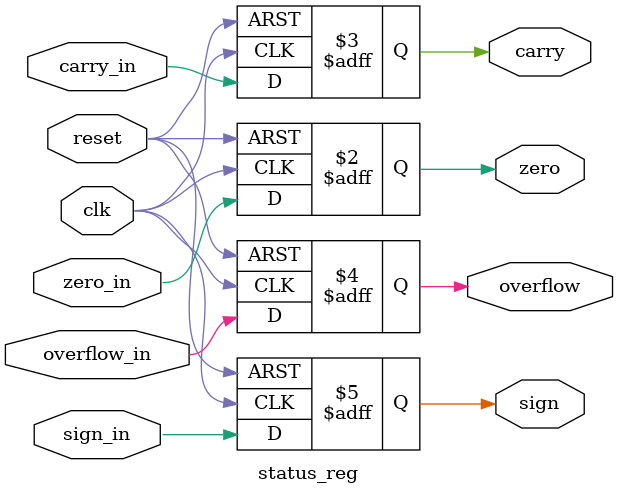
<source format=sv>
module status_reg(
    input clk,
    input reset,
    input zero_in, // Zero flag input
    input carry_in, // Carry flag input
    input overflow_in, // Overflow flag input
    input sign_in, // Sign flag input
    output reg zero, // Zero flag output
    output reg carry, // Carry flag output
    output reg overflow, // Overflow flag output
    output reg sign // Sign flag output
);

    always @(posedge clk or posedge reset) begin
        if (reset) begin
            zero <= 0;
            carry <= 0;
            overflow <= 0;
            sign <= 0;
        end else begin
            zero <= zero_in;
            carry <= carry_in;
            overflow <= overflow_in;
            sign <= sign_in;
        end
    end
endmodule

</source>
